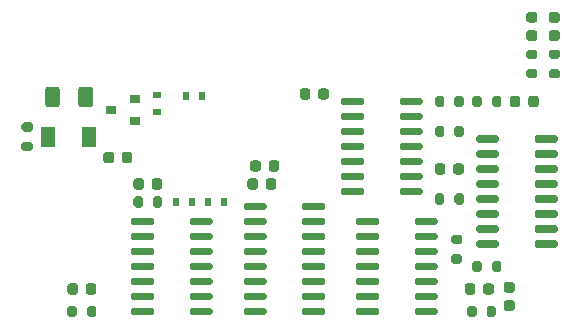
<source format=gtp>
G04 #@! TF.GenerationSoftware,KiCad,Pcbnew,(5.1.10-1-10_14)*
G04 #@! TF.CreationDate,2021-12-18T09:27:52-08:00*
G04 #@! TF.ProjectId,qiroll PAS digital logic,7169726f-6c6c-4205-9041-532064696769,rev?*
G04 #@! TF.SameCoordinates,Original*
G04 #@! TF.FileFunction,Paste,Top*
G04 #@! TF.FilePolarity,Positive*
%FSLAX46Y46*%
G04 Gerber Fmt 4.6, Leading zero omitted, Abs format (unit mm)*
G04 Created by KiCad (PCBNEW (5.1.10-1-10_14)) date 2021-12-18 09:27:52*
%MOMM*%
%LPD*%
G01*
G04 APERTURE LIST*
%ADD10R,0.900000X0.800000*%
%ADD11R,0.600000X0.700000*%
%ADD12R,0.700000X0.600000*%
%ADD13R,1.300000X1.700000*%
G04 APERTURE END LIST*
D10*
G04 #@! TO.C,U7*
X121872500Y-108013500D03*
X123872500Y-107063500D03*
X123872500Y-108963500D03*
G04 #@! TD*
G04 #@! TO.C,R12*
G36*
G01*
X124543000Y-115549000D02*
X124543000Y-116099000D01*
G75*
G02*
X124343000Y-116299000I-200000J0D01*
G01*
X123943000Y-116299000D01*
G75*
G02*
X123743000Y-116099000I0J200000D01*
G01*
X123743000Y-115549000D01*
G75*
G02*
X123943000Y-115349000I200000J0D01*
G01*
X124343000Y-115349000D01*
G75*
G02*
X124543000Y-115549000I0J-200000D01*
G01*
G37*
G36*
G01*
X126193000Y-115549000D02*
X126193000Y-116099000D01*
G75*
G02*
X125993000Y-116299000I-200000J0D01*
G01*
X125593000Y-116299000D01*
G75*
G02*
X125393000Y-116099000I0J200000D01*
G01*
X125393000Y-115549000D01*
G75*
G02*
X125593000Y-115349000I200000J0D01*
G01*
X125993000Y-115349000D01*
G75*
G02*
X126193000Y-115549000I0J-200000D01*
G01*
G37*
G04 #@! TD*
D11*
G04 #@! TO.C,D5*
X127316000Y-115824000D03*
X128716000Y-115824000D03*
G04 #@! TD*
G04 #@! TO.C,D4*
X130048000Y-115824000D03*
X131448000Y-115824000D03*
G04 #@! TD*
D12*
G04 #@! TO.C,D3*
X125730000Y-108192800D03*
X125730000Y-106792800D03*
G04 #@! TD*
D11*
G04 #@! TO.C,D2*
X129579600Y-106883200D03*
X128179600Y-106883200D03*
G04 #@! TD*
G04 #@! TO.C,C15*
G36*
G01*
X134295000Y-114050000D02*
X134295000Y-114550000D01*
G75*
G02*
X134070000Y-114775000I-225000J0D01*
G01*
X133620000Y-114775000D01*
G75*
G02*
X133395000Y-114550000I0J225000D01*
G01*
X133395000Y-114050000D01*
G75*
G02*
X133620000Y-113825000I225000J0D01*
G01*
X134070000Y-113825000D01*
G75*
G02*
X134295000Y-114050000I0J-225000D01*
G01*
G37*
G36*
G01*
X135845000Y-114050000D02*
X135845000Y-114550000D01*
G75*
G02*
X135620000Y-114775000I-225000J0D01*
G01*
X135170000Y-114775000D01*
G75*
G02*
X134945000Y-114550000I0J225000D01*
G01*
X134945000Y-114050000D01*
G75*
G02*
X135170000Y-113825000I225000J0D01*
G01*
X135620000Y-113825000D01*
G75*
G02*
X135845000Y-114050000I0J-225000D01*
G01*
G37*
G04 #@! TD*
G04 #@! TO.C,C14*
G36*
G01*
X134536000Y-112526000D02*
X134536000Y-113026000D01*
G75*
G02*
X134311000Y-113251000I-225000J0D01*
G01*
X133861000Y-113251000D01*
G75*
G02*
X133636000Y-113026000I0J225000D01*
G01*
X133636000Y-112526000D01*
G75*
G02*
X133861000Y-112301000I225000J0D01*
G01*
X134311000Y-112301000D01*
G75*
G02*
X134536000Y-112526000I0J-225000D01*
G01*
G37*
G36*
G01*
X136086000Y-112526000D02*
X136086000Y-113026000D01*
G75*
G02*
X135861000Y-113251000I-225000J0D01*
G01*
X135411000Y-113251000D01*
G75*
G02*
X135186000Y-113026000I0J225000D01*
G01*
X135186000Y-112526000D01*
G75*
G02*
X135411000Y-112301000I225000J0D01*
G01*
X135861000Y-112301000D01*
G75*
G02*
X136086000Y-112526000I0J-225000D01*
G01*
G37*
G04 #@! TD*
G04 #@! TO.C,R11*
G36*
G01*
X153650000Y-125370000D02*
X153650000Y-124820000D01*
G75*
G02*
X153850000Y-124620000I200000J0D01*
G01*
X154250000Y-124620000D01*
G75*
G02*
X154450000Y-124820000I0J-200000D01*
G01*
X154450000Y-125370000D01*
G75*
G02*
X154250000Y-125570000I-200000J0D01*
G01*
X153850000Y-125570000D01*
G75*
G02*
X153650000Y-125370000I0J200000D01*
G01*
G37*
G36*
G01*
X152000000Y-125370000D02*
X152000000Y-124820000D01*
G75*
G02*
X152200000Y-124620000I200000J0D01*
G01*
X152600000Y-124620000D01*
G75*
G02*
X152800000Y-124820000I0J-200000D01*
G01*
X152800000Y-125370000D01*
G75*
G02*
X152600000Y-125570000I-200000J0D01*
G01*
X152200000Y-125570000D01*
G75*
G02*
X152000000Y-125370000I0J200000D01*
G01*
G37*
G04 #@! TD*
G04 #@! TO.C,R10*
G36*
G01*
X150070000Y-109580000D02*
X150070000Y-110130000D01*
G75*
G02*
X149870000Y-110330000I-200000J0D01*
G01*
X149470000Y-110330000D01*
G75*
G02*
X149270000Y-110130000I0J200000D01*
G01*
X149270000Y-109580000D01*
G75*
G02*
X149470000Y-109380000I200000J0D01*
G01*
X149870000Y-109380000D01*
G75*
G02*
X150070000Y-109580000I0J-200000D01*
G01*
G37*
G36*
G01*
X151720000Y-109580000D02*
X151720000Y-110130000D01*
G75*
G02*
X151520000Y-110330000I-200000J0D01*
G01*
X151120000Y-110330000D01*
G75*
G02*
X150920000Y-110130000I0J200000D01*
G01*
X150920000Y-109580000D01*
G75*
G02*
X151120000Y-109380000I200000J0D01*
G01*
X151520000Y-109380000D01*
G75*
G02*
X151720000Y-109580000I0J-200000D01*
G01*
G37*
G04 #@! TD*
G04 #@! TO.C,R9*
G36*
G01*
X154095000Y-107590000D02*
X154095000Y-107040000D01*
G75*
G02*
X154295000Y-106840000I200000J0D01*
G01*
X154695000Y-106840000D01*
G75*
G02*
X154895000Y-107040000I0J-200000D01*
G01*
X154895000Y-107590000D01*
G75*
G02*
X154695000Y-107790000I-200000J0D01*
G01*
X154295000Y-107790000D01*
G75*
G02*
X154095000Y-107590000I0J200000D01*
G01*
G37*
G36*
G01*
X152445000Y-107590000D02*
X152445000Y-107040000D01*
G75*
G02*
X152645000Y-106840000I200000J0D01*
G01*
X153045000Y-106840000D01*
G75*
G02*
X153245000Y-107040000I0J-200000D01*
G01*
X153245000Y-107590000D01*
G75*
G02*
X153045000Y-107790000I-200000J0D01*
G01*
X152645000Y-107790000D01*
G75*
G02*
X152445000Y-107590000I0J200000D01*
G01*
G37*
G04 #@! TD*
G04 #@! TO.C,R8*
G36*
G01*
X159660000Y-103715000D02*
X159110000Y-103715000D01*
G75*
G02*
X158910000Y-103515000I0J200000D01*
G01*
X158910000Y-103115000D01*
G75*
G02*
X159110000Y-102915000I200000J0D01*
G01*
X159660000Y-102915000D01*
G75*
G02*
X159860000Y-103115000I0J-200000D01*
G01*
X159860000Y-103515000D01*
G75*
G02*
X159660000Y-103715000I-200000J0D01*
G01*
G37*
G36*
G01*
X159660000Y-105365000D02*
X159110000Y-105365000D01*
G75*
G02*
X158910000Y-105165000I0J200000D01*
G01*
X158910000Y-104765000D01*
G75*
G02*
X159110000Y-104565000I200000J0D01*
G01*
X159660000Y-104565000D01*
G75*
G02*
X159860000Y-104765000I0J-200000D01*
G01*
X159860000Y-105165000D01*
G75*
G02*
X159660000Y-105365000I-200000J0D01*
G01*
G37*
G04 #@! TD*
G04 #@! TO.C,R6*
G36*
G01*
X154095000Y-121560000D02*
X154095000Y-121010000D01*
G75*
G02*
X154295000Y-120810000I200000J0D01*
G01*
X154695000Y-120810000D01*
G75*
G02*
X154895000Y-121010000I0J-200000D01*
G01*
X154895000Y-121560000D01*
G75*
G02*
X154695000Y-121760000I-200000J0D01*
G01*
X154295000Y-121760000D01*
G75*
G02*
X154095000Y-121560000I0J200000D01*
G01*
G37*
G36*
G01*
X152445000Y-121560000D02*
X152445000Y-121010000D01*
G75*
G02*
X152645000Y-120810000I200000J0D01*
G01*
X153045000Y-120810000D01*
G75*
G02*
X153245000Y-121010000I0J-200000D01*
G01*
X153245000Y-121560000D01*
G75*
G02*
X153045000Y-121760000I-200000J0D01*
G01*
X152645000Y-121760000D01*
G75*
G02*
X152445000Y-121560000I0J200000D01*
G01*
G37*
G04 #@! TD*
G04 #@! TO.C,R5*
G36*
G01*
X150070000Y-107040000D02*
X150070000Y-107590000D01*
G75*
G02*
X149870000Y-107790000I-200000J0D01*
G01*
X149470000Y-107790000D01*
G75*
G02*
X149270000Y-107590000I0J200000D01*
G01*
X149270000Y-107040000D01*
G75*
G02*
X149470000Y-106840000I200000J0D01*
G01*
X149870000Y-106840000D01*
G75*
G02*
X150070000Y-107040000I0J-200000D01*
G01*
G37*
G36*
G01*
X151720000Y-107040000D02*
X151720000Y-107590000D01*
G75*
G02*
X151520000Y-107790000I-200000J0D01*
G01*
X151120000Y-107790000D01*
G75*
G02*
X150920000Y-107590000I0J200000D01*
G01*
X150920000Y-107040000D01*
G75*
G02*
X151120000Y-106840000I200000J0D01*
G01*
X151520000Y-106840000D01*
G75*
G02*
X151720000Y-107040000I0J-200000D01*
G01*
G37*
G04 #@! TD*
G04 #@! TO.C,R4*
G36*
G01*
X150855000Y-120250000D02*
X151405000Y-120250000D01*
G75*
G02*
X151605000Y-120450000I0J-200000D01*
G01*
X151605000Y-120850000D01*
G75*
G02*
X151405000Y-121050000I-200000J0D01*
G01*
X150855000Y-121050000D01*
G75*
G02*
X150655000Y-120850000I0J200000D01*
G01*
X150655000Y-120450000D01*
G75*
G02*
X150855000Y-120250000I200000J0D01*
G01*
G37*
G36*
G01*
X150855000Y-118600000D02*
X151405000Y-118600000D01*
G75*
G02*
X151605000Y-118800000I0J-200000D01*
G01*
X151605000Y-119200000D01*
G75*
G02*
X151405000Y-119400000I-200000J0D01*
G01*
X150855000Y-119400000D01*
G75*
G02*
X150655000Y-119200000I0J200000D01*
G01*
X150655000Y-118800000D01*
G75*
G02*
X150855000Y-118600000I200000J0D01*
G01*
G37*
G04 #@! TD*
G04 #@! TO.C,R3*
G36*
G01*
X150070000Y-115295000D02*
X150070000Y-115845000D01*
G75*
G02*
X149870000Y-116045000I-200000J0D01*
G01*
X149470000Y-116045000D01*
G75*
G02*
X149270000Y-115845000I0J200000D01*
G01*
X149270000Y-115295000D01*
G75*
G02*
X149470000Y-115095000I200000J0D01*
G01*
X149870000Y-115095000D01*
G75*
G02*
X150070000Y-115295000I0J-200000D01*
G01*
G37*
G36*
G01*
X151720000Y-115295000D02*
X151720000Y-115845000D01*
G75*
G02*
X151520000Y-116045000I-200000J0D01*
G01*
X151120000Y-116045000D01*
G75*
G02*
X150920000Y-115845000I0J200000D01*
G01*
X150920000Y-115295000D01*
G75*
G02*
X151120000Y-115095000I200000J0D01*
G01*
X151520000Y-115095000D01*
G75*
G02*
X151720000Y-115295000I0J-200000D01*
G01*
G37*
G04 #@! TD*
G04 #@! TO.C,R2*
G36*
G01*
X157205000Y-104565000D02*
X157755000Y-104565000D01*
G75*
G02*
X157955000Y-104765000I0J-200000D01*
G01*
X157955000Y-105165000D01*
G75*
G02*
X157755000Y-105365000I-200000J0D01*
G01*
X157205000Y-105365000D01*
G75*
G02*
X157005000Y-105165000I0J200000D01*
G01*
X157005000Y-104765000D01*
G75*
G02*
X157205000Y-104565000I200000J0D01*
G01*
G37*
G36*
G01*
X157205000Y-102915000D02*
X157755000Y-102915000D01*
G75*
G02*
X157955000Y-103115000I0J-200000D01*
G01*
X157955000Y-103515000D01*
G75*
G02*
X157755000Y-103715000I-200000J0D01*
G01*
X157205000Y-103715000D01*
G75*
G02*
X157005000Y-103515000I0J200000D01*
G01*
X157005000Y-103115000D01*
G75*
G02*
X157205000Y-102915000I200000J0D01*
G01*
G37*
G04 #@! TD*
G04 #@! TO.C,R1*
G36*
G01*
X119805000Y-125370000D02*
X119805000Y-124820000D01*
G75*
G02*
X120005000Y-124620000I200000J0D01*
G01*
X120405000Y-124620000D01*
G75*
G02*
X120605000Y-124820000I0J-200000D01*
G01*
X120605000Y-125370000D01*
G75*
G02*
X120405000Y-125570000I-200000J0D01*
G01*
X120005000Y-125570000D01*
G75*
G02*
X119805000Y-125370000I0J200000D01*
G01*
G37*
G36*
G01*
X118155000Y-125370000D02*
X118155000Y-124820000D01*
G75*
G02*
X118355000Y-124620000I200000J0D01*
G01*
X118755000Y-124620000D01*
G75*
G02*
X118955000Y-124820000I0J-200000D01*
G01*
X118955000Y-125370000D01*
G75*
G02*
X118755000Y-125570000I-200000J0D01*
G01*
X118355000Y-125570000D01*
G75*
G02*
X118155000Y-125370000I0J200000D01*
G01*
G37*
G04 #@! TD*
G04 #@! TO.C,C9*
G36*
G01*
X157170000Y-107565000D02*
X157170000Y-107065000D01*
G75*
G02*
X157395000Y-106840000I225000J0D01*
G01*
X157845000Y-106840000D01*
G75*
G02*
X158070000Y-107065000I0J-225000D01*
G01*
X158070000Y-107565000D01*
G75*
G02*
X157845000Y-107790000I-225000J0D01*
G01*
X157395000Y-107790000D01*
G75*
G02*
X157170000Y-107565000I0J225000D01*
G01*
G37*
G36*
G01*
X155620000Y-107565000D02*
X155620000Y-107065000D01*
G75*
G02*
X155845000Y-106840000I225000J0D01*
G01*
X156295000Y-106840000D01*
G75*
G02*
X156520000Y-107065000I0J-225000D01*
G01*
X156520000Y-107565000D01*
G75*
G02*
X156295000Y-107790000I-225000J0D01*
G01*
X155845000Y-107790000D01*
G75*
G02*
X155620000Y-107565000I0J225000D01*
G01*
G37*
G04 #@! TD*
G04 #@! TO.C,C8*
G36*
G01*
X155325000Y-124150000D02*
X155825000Y-124150000D01*
G75*
G02*
X156050000Y-124375000I0J-225000D01*
G01*
X156050000Y-124825000D01*
G75*
G02*
X155825000Y-125050000I-225000J0D01*
G01*
X155325000Y-125050000D01*
G75*
G02*
X155100000Y-124825000I0J225000D01*
G01*
X155100000Y-124375000D01*
G75*
G02*
X155325000Y-124150000I225000J0D01*
G01*
G37*
G36*
G01*
X155325000Y-122600000D02*
X155825000Y-122600000D01*
G75*
G02*
X156050000Y-122825000I0J-225000D01*
G01*
X156050000Y-123275000D01*
G75*
G02*
X155825000Y-123500000I-225000J0D01*
G01*
X155325000Y-123500000D01*
G75*
G02*
X155100000Y-123275000I0J225000D01*
G01*
X155100000Y-122825000D01*
G75*
G02*
X155325000Y-122600000I225000J0D01*
G01*
G37*
G04 #@! TD*
G04 #@! TO.C,C6*
G36*
G01*
X159635000Y-100640000D02*
X159135000Y-100640000D01*
G75*
G02*
X158910000Y-100415000I0J225000D01*
G01*
X158910000Y-99965000D01*
G75*
G02*
X159135000Y-99740000I225000J0D01*
G01*
X159635000Y-99740000D01*
G75*
G02*
X159860000Y-99965000I0J-225000D01*
G01*
X159860000Y-100415000D01*
G75*
G02*
X159635000Y-100640000I-225000J0D01*
G01*
G37*
G36*
G01*
X159635000Y-102190000D02*
X159135000Y-102190000D01*
G75*
G02*
X158910000Y-101965000I0J225000D01*
G01*
X158910000Y-101515000D01*
G75*
G02*
X159135000Y-101290000I225000J0D01*
G01*
X159635000Y-101290000D01*
G75*
G02*
X159860000Y-101515000I0J-225000D01*
G01*
X159860000Y-101965000D01*
G75*
G02*
X159635000Y-102190000I-225000J0D01*
G01*
G37*
G04 #@! TD*
G04 #@! TO.C,C5*
G36*
G01*
X157730000Y-100640000D02*
X157230000Y-100640000D01*
G75*
G02*
X157005000Y-100415000I0J225000D01*
G01*
X157005000Y-99965000D01*
G75*
G02*
X157230000Y-99740000I225000J0D01*
G01*
X157730000Y-99740000D01*
G75*
G02*
X157955000Y-99965000I0J-225000D01*
G01*
X157955000Y-100415000D01*
G75*
G02*
X157730000Y-100640000I-225000J0D01*
G01*
G37*
G36*
G01*
X157730000Y-102190000D02*
X157230000Y-102190000D01*
G75*
G02*
X157005000Y-101965000I0J225000D01*
G01*
X157005000Y-101515000D01*
G75*
G02*
X157230000Y-101290000I225000J0D01*
G01*
X157730000Y-101290000D01*
G75*
G02*
X157955000Y-101515000I0J-225000D01*
G01*
X157955000Y-101965000D01*
G75*
G02*
X157730000Y-102190000I-225000J0D01*
G01*
G37*
G04 #@! TD*
G04 #@! TO.C,C4*
G36*
G01*
X152710000Y-122940000D02*
X152710000Y-123440000D01*
G75*
G02*
X152485000Y-123665000I-225000J0D01*
G01*
X152035000Y-123665000D01*
G75*
G02*
X151810000Y-123440000I0J225000D01*
G01*
X151810000Y-122940000D01*
G75*
G02*
X152035000Y-122715000I225000J0D01*
G01*
X152485000Y-122715000D01*
G75*
G02*
X152710000Y-122940000I0J-225000D01*
G01*
G37*
G36*
G01*
X154260000Y-122940000D02*
X154260000Y-123440000D01*
G75*
G02*
X154035000Y-123665000I-225000J0D01*
G01*
X153585000Y-123665000D01*
G75*
G02*
X153360000Y-123440000I0J225000D01*
G01*
X153360000Y-122940000D01*
G75*
G02*
X153585000Y-122715000I225000J0D01*
G01*
X154035000Y-122715000D01*
G75*
G02*
X154260000Y-122940000I0J-225000D01*
G01*
G37*
G04 #@! TD*
G04 #@! TO.C,C3*
G36*
G01*
X139390000Y-106930000D02*
X139390000Y-106430000D01*
G75*
G02*
X139615000Y-106205000I225000J0D01*
G01*
X140065000Y-106205000D01*
G75*
G02*
X140290000Y-106430000I0J-225000D01*
G01*
X140290000Y-106930000D01*
G75*
G02*
X140065000Y-107155000I-225000J0D01*
G01*
X139615000Y-107155000D01*
G75*
G02*
X139390000Y-106930000I0J225000D01*
G01*
G37*
G36*
G01*
X137840000Y-106930000D02*
X137840000Y-106430000D01*
G75*
G02*
X138065000Y-106205000I225000J0D01*
G01*
X138515000Y-106205000D01*
G75*
G02*
X138740000Y-106430000I0J-225000D01*
G01*
X138740000Y-106930000D01*
G75*
G02*
X138515000Y-107155000I-225000J0D01*
G01*
X138065000Y-107155000D01*
G75*
G02*
X137840000Y-106930000I0J225000D01*
G01*
G37*
G04 #@! TD*
G04 #@! TO.C,C2*
G36*
G01*
X150170000Y-112780000D02*
X150170000Y-113280000D01*
G75*
G02*
X149945000Y-113505000I-225000J0D01*
G01*
X149495000Y-113505000D01*
G75*
G02*
X149270000Y-113280000I0J225000D01*
G01*
X149270000Y-112780000D01*
G75*
G02*
X149495000Y-112555000I225000J0D01*
G01*
X149945000Y-112555000D01*
G75*
G02*
X150170000Y-112780000I0J-225000D01*
G01*
G37*
G36*
G01*
X151720000Y-112780000D02*
X151720000Y-113280000D01*
G75*
G02*
X151495000Y-113505000I-225000J0D01*
G01*
X151045000Y-113505000D01*
G75*
G02*
X150820000Y-113280000I0J225000D01*
G01*
X150820000Y-112780000D01*
G75*
G02*
X151045000Y-112555000I225000J0D01*
G01*
X151495000Y-112555000D01*
G75*
G02*
X151720000Y-112780000I0J-225000D01*
G01*
G37*
G04 #@! TD*
G04 #@! TO.C,C1*
G36*
G01*
X119055000Y-122940000D02*
X119055000Y-123440000D01*
G75*
G02*
X118830000Y-123665000I-225000J0D01*
G01*
X118380000Y-123665000D01*
G75*
G02*
X118155000Y-123440000I0J225000D01*
G01*
X118155000Y-122940000D01*
G75*
G02*
X118380000Y-122715000I225000J0D01*
G01*
X118830000Y-122715000D01*
G75*
G02*
X119055000Y-122940000I0J-225000D01*
G01*
G37*
G36*
G01*
X120605000Y-122940000D02*
X120605000Y-123440000D01*
G75*
G02*
X120380000Y-123665000I-225000J0D01*
G01*
X119930000Y-123665000D01*
G75*
G02*
X119705000Y-123440000I0J225000D01*
G01*
X119705000Y-122940000D01*
G75*
G02*
X119930000Y-122715000I225000J0D01*
G01*
X120380000Y-122715000D01*
G75*
G02*
X120605000Y-122940000I0J-225000D01*
G01*
G37*
G04 #@! TD*
D13*
G04 #@! TO.C,D1*
X120012400Y-110299500D03*
X116512400Y-110299500D03*
G04 #@! TD*
G04 #@! TO.C,F1*
G36*
G01*
X119075500Y-107559000D02*
X119075500Y-106309000D01*
G75*
G02*
X119325500Y-106059000I250000J0D01*
G01*
X120075500Y-106059000D01*
G75*
G02*
X120325500Y-106309000I0J-250000D01*
G01*
X120325500Y-107559000D01*
G75*
G02*
X120075500Y-107809000I-250000J0D01*
G01*
X119325500Y-107809000D01*
G75*
G02*
X119075500Y-107559000I0J250000D01*
G01*
G37*
G36*
G01*
X116275500Y-107559000D02*
X116275500Y-106309000D01*
G75*
G02*
X116525500Y-106059000I250000J0D01*
G01*
X117275500Y-106059000D01*
G75*
G02*
X117525500Y-106309000I0J-250000D01*
G01*
X117525500Y-107559000D01*
G75*
G02*
X117275500Y-107809000I-250000J0D01*
G01*
X116525500Y-107809000D01*
G75*
G02*
X116275500Y-107559000I0J250000D01*
G01*
G37*
G04 #@! TD*
G04 #@! TO.C,R7*
G36*
G01*
X115019500Y-109874500D02*
X114469500Y-109874500D01*
G75*
G02*
X114269500Y-109674500I0J200000D01*
G01*
X114269500Y-109274500D01*
G75*
G02*
X114469500Y-109074500I200000J0D01*
G01*
X115019500Y-109074500D01*
G75*
G02*
X115219500Y-109274500I0J-200000D01*
G01*
X115219500Y-109674500D01*
G75*
G02*
X115019500Y-109874500I-200000J0D01*
G01*
G37*
G36*
G01*
X115019500Y-111524500D02*
X114469500Y-111524500D01*
G75*
G02*
X114269500Y-111324500I0J200000D01*
G01*
X114269500Y-110924500D01*
G75*
G02*
X114469500Y-110724500I200000J0D01*
G01*
X115019500Y-110724500D01*
G75*
G02*
X115219500Y-110924500I0J-200000D01*
G01*
X115219500Y-111324500D01*
G75*
G02*
X115019500Y-111524500I-200000J0D01*
G01*
G37*
G04 #@! TD*
G04 #@! TO.C,C13*
G36*
G01*
X124643000Y-114050000D02*
X124643000Y-114550000D01*
G75*
G02*
X124418000Y-114775000I-225000J0D01*
G01*
X123968000Y-114775000D01*
G75*
G02*
X123743000Y-114550000I0J225000D01*
G01*
X123743000Y-114050000D01*
G75*
G02*
X123968000Y-113825000I225000J0D01*
G01*
X124418000Y-113825000D01*
G75*
G02*
X124643000Y-114050000I0J-225000D01*
G01*
G37*
G36*
G01*
X126193000Y-114050000D02*
X126193000Y-114550000D01*
G75*
G02*
X125968000Y-114775000I-225000J0D01*
G01*
X125518000Y-114775000D01*
G75*
G02*
X125293000Y-114550000I0J225000D01*
G01*
X125293000Y-114050000D01*
G75*
G02*
X125518000Y-113825000I225000J0D01*
G01*
X125968000Y-113825000D01*
G75*
G02*
X126193000Y-114050000I0J-225000D01*
G01*
G37*
G04 #@! TD*
G04 #@! TO.C,C11*
G36*
G01*
X122753000Y-112318000D02*
X122753000Y-111818000D01*
G75*
G02*
X122978000Y-111593000I225000J0D01*
G01*
X123428000Y-111593000D01*
G75*
G02*
X123653000Y-111818000I0J-225000D01*
G01*
X123653000Y-112318000D01*
G75*
G02*
X123428000Y-112543000I-225000J0D01*
G01*
X122978000Y-112543000D01*
G75*
G02*
X122753000Y-112318000I0J225000D01*
G01*
G37*
G36*
G01*
X121203000Y-112318000D02*
X121203000Y-111818000D01*
G75*
G02*
X121428000Y-111593000I225000J0D01*
G01*
X121878000Y-111593000D01*
G75*
G02*
X122103000Y-111818000I0J-225000D01*
G01*
X122103000Y-112318000D01*
G75*
G02*
X121878000Y-112543000I-225000J0D01*
G01*
X121428000Y-112543000D01*
G75*
G02*
X121203000Y-112318000I0J225000D01*
G01*
G37*
G04 #@! TD*
G04 #@! TO.C,U6*
G36*
G01*
X157710000Y-110640000D02*
X157710000Y-110340000D01*
G75*
G02*
X157860000Y-110190000I150000J0D01*
G01*
X159510000Y-110190000D01*
G75*
G02*
X159660000Y-110340000I0J-150000D01*
G01*
X159660000Y-110640000D01*
G75*
G02*
X159510000Y-110790000I-150000J0D01*
G01*
X157860000Y-110790000D01*
G75*
G02*
X157710000Y-110640000I0J150000D01*
G01*
G37*
G36*
G01*
X157710000Y-111910000D02*
X157710000Y-111610000D01*
G75*
G02*
X157860000Y-111460000I150000J0D01*
G01*
X159510000Y-111460000D01*
G75*
G02*
X159660000Y-111610000I0J-150000D01*
G01*
X159660000Y-111910000D01*
G75*
G02*
X159510000Y-112060000I-150000J0D01*
G01*
X157860000Y-112060000D01*
G75*
G02*
X157710000Y-111910000I0J150000D01*
G01*
G37*
G36*
G01*
X157710000Y-113180000D02*
X157710000Y-112880000D01*
G75*
G02*
X157860000Y-112730000I150000J0D01*
G01*
X159510000Y-112730000D01*
G75*
G02*
X159660000Y-112880000I0J-150000D01*
G01*
X159660000Y-113180000D01*
G75*
G02*
X159510000Y-113330000I-150000J0D01*
G01*
X157860000Y-113330000D01*
G75*
G02*
X157710000Y-113180000I0J150000D01*
G01*
G37*
G36*
G01*
X157710000Y-114450000D02*
X157710000Y-114150000D01*
G75*
G02*
X157860000Y-114000000I150000J0D01*
G01*
X159510000Y-114000000D01*
G75*
G02*
X159660000Y-114150000I0J-150000D01*
G01*
X159660000Y-114450000D01*
G75*
G02*
X159510000Y-114600000I-150000J0D01*
G01*
X157860000Y-114600000D01*
G75*
G02*
X157710000Y-114450000I0J150000D01*
G01*
G37*
G36*
G01*
X157710000Y-115720000D02*
X157710000Y-115420000D01*
G75*
G02*
X157860000Y-115270000I150000J0D01*
G01*
X159510000Y-115270000D01*
G75*
G02*
X159660000Y-115420000I0J-150000D01*
G01*
X159660000Y-115720000D01*
G75*
G02*
X159510000Y-115870000I-150000J0D01*
G01*
X157860000Y-115870000D01*
G75*
G02*
X157710000Y-115720000I0J150000D01*
G01*
G37*
G36*
G01*
X157710000Y-116990000D02*
X157710000Y-116690000D01*
G75*
G02*
X157860000Y-116540000I150000J0D01*
G01*
X159510000Y-116540000D01*
G75*
G02*
X159660000Y-116690000I0J-150000D01*
G01*
X159660000Y-116990000D01*
G75*
G02*
X159510000Y-117140000I-150000J0D01*
G01*
X157860000Y-117140000D01*
G75*
G02*
X157710000Y-116990000I0J150000D01*
G01*
G37*
G36*
G01*
X157710000Y-118260000D02*
X157710000Y-117960000D01*
G75*
G02*
X157860000Y-117810000I150000J0D01*
G01*
X159510000Y-117810000D01*
G75*
G02*
X159660000Y-117960000I0J-150000D01*
G01*
X159660000Y-118260000D01*
G75*
G02*
X159510000Y-118410000I-150000J0D01*
G01*
X157860000Y-118410000D01*
G75*
G02*
X157710000Y-118260000I0J150000D01*
G01*
G37*
G36*
G01*
X157710000Y-119530000D02*
X157710000Y-119230000D01*
G75*
G02*
X157860000Y-119080000I150000J0D01*
G01*
X159510000Y-119080000D01*
G75*
G02*
X159660000Y-119230000I0J-150000D01*
G01*
X159660000Y-119530000D01*
G75*
G02*
X159510000Y-119680000I-150000J0D01*
G01*
X157860000Y-119680000D01*
G75*
G02*
X157710000Y-119530000I0J150000D01*
G01*
G37*
G36*
G01*
X152760000Y-119530000D02*
X152760000Y-119230000D01*
G75*
G02*
X152910000Y-119080000I150000J0D01*
G01*
X154560000Y-119080000D01*
G75*
G02*
X154710000Y-119230000I0J-150000D01*
G01*
X154710000Y-119530000D01*
G75*
G02*
X154560000Y-119680000I-150000J0D01*
G01*
X152910000Y-119680000D01*
G75*
G02*
X152760000Y-119530000I0J150000D01*
G01*
G37*
G36*
G01*
X152760000Y-118260000D02*
X152760000Y-117960000D01*
G75*
G02*
X152910000Y-117810000I150000J0D01*
G01*
X154560000Y-117810000D01*
G75*
G02*
X154710000Y-117960000I0J-150000D01*
G01*
X154710000Y-118260000D01*
G75*
G02*
X154560000Y-118410000I-150000J0D01*
G01*
X152910000Y-118410000D01*
G75*
G02*
X152760000Y-118260000I0J150000D01*
G01*
G37*
G36*
G01*
X152760000Y-116990000D02*
X152760000Y-116690000D01*
G75*
G02*
X152910000Y-116540000I150000J0D01*
G01*
X154560000Y-116540000D01*
G75*
G02*
X154710000Y-116690000I0J-150000D01*
G01*
X154710000Y-116990000D01*
G75*
G02*
X154560000Y-117140000I-150000J0D01*
G01*
X152910000Y-117140000D01*
G75*
G02*
X152760000Y-116990000I0J150000D01*
G01*
G37*
G36*
G01*
X152760000Y-115720000D02*
X152760000Y-115420000D01*
G75*
G02*
X152910000Y-115270000I150000J0D01*
G01*
X154560000Y-115270000D01*
G75*
G02*
X154710000Y-115420000I0J-150000D01*
G01*
X154710000Y-115720000D01*
G75*
G02*
X154560000Y-115870000I-150000J0D01*
G01*
X152910000Y-115870000D01*
G75*
G02*
X152760000Y-115720000I0J150000D01*
G01*
G37*
G36*
G01*
X152760000Y-114450000D02*
X152760000Y-114150000D01*
G75*
G02*
X152910000Y-114000000I150000J0D01*
G01*
X154560000Y-114000000D01*
G75*
G02*
X154710000Y-114150000I0J-150000D01*
G01*
X154710000Y-114450000D01*
G75*
G02*
X154560000Y-114600000I-150000J0D01*
G01*
X152910000Y-114600000D01*
G75*
G02*
X152760000Y-114450000I0J150000D01*
G01*
G37*
G36*
G01*
X152760000Y-113180000D02*
X152760000Y-112880000D01*
G75*
G02*
X152910000Y-112730000I150000J0D01*
G01*
X154560000Y-112730000D01*
G75*
G02*
X154710000Y-112880000I0J-150000D01*
G01*
X154710000Y-113180000D01*
G75*
G02*
X154560000Y-113330000I-150000J0D01*
G01*
X152910000Y-113330000D01*
G75*
G02*
X152760000Y-113180000I0J150000D01*
G01*
G37*
G36*
G01*
X152760000Y-111910000D02*
X152760000Y-111610000D01*
G75*
G02*
X152910000Y-111460000I150000J0D01*
G01*
X154560000Y-111460000D01*
G75*
G02*
X154710000Y-111610000I0J-150000D01*
G01*
X154710000Y-111910000D01*
G75*
G02*
X154560000Y-112060000I-150000J0D01*
G01*
X152910000Y-112060000D01*
G75*
G02*
X152760000Y-111910000I0J150000D01*
G01*
G37*
G36*
G01*
X152760000Y-110640000D02*
X152760000Y-110340000D01*
G75*
G02*
X152910000Y-110190000I150000J0D01*
G01*
X154560000Y-110190000D01*
G75*
G02*
X154710000Y-110340000I0J-150000D01*
G01*
X154710000Y-110640000D01*
G75*
G02*
X154560000Y-110790000I-150000J0D01*
G01*
X152910000Y-110790000D01*
G75*
G02*
X152760000Y-110640000I0J150000D01*
G01*
G37*
G04 #@! TD*
G04 #@! TO.C,U3*
G36*
G01*
X146280000Y-107465000D02*
X146280000Y-107165000D01*
G75*
G02*
X146430000Y-107015000I150000J0D01*
G01*
X148080000Y-107015000D01*
G75*
G02*
X148230000Y-107165000I0J-150000D01*
G01*
X148230000Y-107465000D01*
G75*
G02*
X148080000Y-107615000I-150000J0D01*
G01*
X146430000Y-107615000D01*
G75*
G02*
X146280000Y-107465000I0J150000D01*
G01*
G37*
G36*
G01*
X146280000Y-108735000D02*
X146280000Y-108435000D01*
G75*
G02*
X146430000Y-108285000I150000J0D01*
G01*
X148080000Y-108285000D01*
G75*
G02*
X148230000Y-108435000I0J-150000D01*
G01*
X148230000Y-108735000D01*
G75*
G02*
X148080000Y-108885000I-150000J0D01*
G01*
X146430000Y-108885000D01*
G75*
G02*
X146280000Y-108735000I0J150000D01*
G01*
G37*
G36*
G01*
X146280000Y-110005000D02*
X146280000Y-109705000D01*
G75*
G02*
X146430000Y-109555000I150000J0D01*
G01*
X148080000Y-109555000D01*
G75*
G02*
X148230000Y-109705000I0J-150000D01*
G01*
X148230000Y-110005000D01*
G75*
G02*
X148080000Y-110155000I-150000J0D01*
G01*
X146430000Y-110155000D01*
G75*
G02*
X146280000Y-110005000I0J150000D01*
G01*
G37*
G36*
G01*
X146280000Y-111275000D02*
X146280000Y-110975000D01*
G75*
G02*
X146430000Y-110825000I150000J0D01*
G01*
X148080000Y-110825000D01*
G75*
G02*
X148230000Y-110975000I0J-150000D01*
G01*
X148230000Y-111275000D01*
G75*
G02*
X148080000Y-111425000I-150000J0D01*
G01*
X146430000Y-111425000D01*
G75*
G02*
X146280000Y-111275000I0J150000D01*
G01*
G37*
G36*
G01*
X146280000Y-112545000D02*
X146280000Y-112245000D01*
G75*
G02*
X146430000Y-112095000I150000J0D01*
G01*
X148080000Y-112095000D01*
G75*
G02*
X148230000Y-112245000I0J-150000D01*
G01*
X148230000Y-112545000D01*
G75*
G02*
X148080000Y-112695000I-150000J0D01*
G01*
X146430000Y-112695000D01*
G75*
G02*
X146280000Y-112545000I0J150000D01*
G01*
G37*
G36*
G01*
X146280000Y-113815000D02*
X146280000Y-113515000D01*
G75*
G02*
X146430000Y-113365000I150000J0D01*
G01*
X148080000Y-113365000D01*
G75*
G02*
X148230000Y-113515000I0J-150000D01*
G01*
X148230000Y-113815000D01*
G75*
G02*
X148080000Y-113965000I-150000J0D01*
G01*
X146430000Y-113965000D01*
G75*
G02*
X146280000Y-113815000I0J150000D01*
G01*
G37*
G36*
G01*
X146280000Y-115085000D02*
X146280000Y-114785000D01*
G75*
G02*
X146430000Y-114635000I150000J0D01*
G01*
X148080000Y-114635000D01*
G75*
G02*
X148230000Y-114785000I0J-150000D01*
G01*
X148230000Y-115085000D01*
G75*
G02*
X148080000Y-115235000I-150000J0D01*
G01*
X146430000Y-115235000D01*
G75*
G02*
X146280000Y-115085000I0J150000D01*
G01*
G37*
G36*
G01*
X141330000Y-115085000D02*
X141330000Y-114785000D01*
G75*
G02*
X141480000Y-114635000I150000J0D01*
G01*
X143130000Y-114635000D01*
G75*
G02*
X143280000Y-114785000I0J-150000D01*
G01*
X143280000Y-115085000D01*
G75*
G02*
X143130000Y-115235000I-150000J0D01*
G01*
X141480000Y-115235000D01*
G75*
G02*
X141330000Y-115085000I0J150000D01*
G01*
G37*
G36*
G01*
X141330000Y-113815000D02*
X141330000Y-113515000D01*
G75*
G02*
X141480000Y-113365000I150000J0D01*
G01*
X143130000Y-113365000D01*
G75*
G02*
X143280000Y-113515000I0J-150000D01*
G01*
X143280000Y-113815000D01*
G75*
G02*
X143130000Y-113965000I-150000J0D01*
G01*
X141480000Y-113965000D01*
G75*
G02*
X141330000Y-113815000I0J150000D01*
G01*
G37*
G36*
G01*
X141330000Y-112545000D02*
X141330000Y-112245000D01*
G75*
G02*
X141480000Y-112095000I150000J0D01*
G01*
X143130000Y-112095000D01*
G75*
G02*
X143280000Y-112245000I0J-150000D01*
G01*
X143280000Y-112545000D01*
G75*
G02*
X143130000Y-112695000I-150000J0D01*
G01*
X141480000Y-112695000D01*
G75*
G02*
X141330000Y-112545000I0J150000D01*
G01*
G37*
G36*
G01*
X141330000Y-111275000D02*
X141330000Y-110975000D01*
G75*
G02*
X141480000Y-110825000I150000J0D01*
G01*
X143130000Y-110825000D01*
G75*
G02*
X143280000Y-110975000I0J-150000D01*
G01*
X143280000Y-111275000D01*
G75*
G02*
X143130000Y-111425000I-150000J0D01*
G01*
X141480000Y-111425000D01*
G75*
G02*
X141330000Y-111275000I0J150000D01*
G01*
G37*
G36*
G01*
X141330000Y-110005000D02*
X141330000Y-109705000D01*
G75*
G02*
X141480000Y-109555000I150000J0D01*
G01*
X143130000Y-109555000D01*
G75*
G02*
X143280000Y-109705000I0J-150000D01*
G01*
X143280000Y-110005000D01*
G75*
G02*
X143130000Y-110155000I-150000J0D01*
G01*
X141480000Y-110155000D01*
G75*
G02*
X141330000Y-110005000I0J150000D01*
G01*
G37*
G36*
G01*
X141330000Y-108735000D02*
X141330000Y-108435000D01*
G75*
G02*
X141480000Y-108285000I150000J0D01*
G01*
X143130000Y-108285000D01*
G75*
G02*
X143280000Y-108435000I0J-150000D01*
G01*
X143280000Y-108735000D01*
G75*
G02*
X143130000Y-108885000I-150000J0D01*
G01*
X141480000Y-108885000D01*
G75*
G02*
X141330000Y-108735000I0J150000D01*
G01*
G37*
G36*
G01*
X141330000Y-107465000D02*
X141330000Y-107165000D01*
G75*
G02*
X141480000Y-107015000I150000J0D01*
G01*
X143130000Y-107015000D01*
G75*
G02*
X143280000Y-107165000I0J-150000D01*
G01*
X143280000Y-107465000D01*
G75*
G02*
X143130000Y-107615000I-150000J0D01*
G01*
X141480000Y-107615000D01*
G75*
G02*
X141330000Y-107465000I0J150000D01*
G01*
G37*
G04 #@! TD*
G04 #@! TO.C,U2*
G36*
G01*
X138025000Y-116355000D02*
X138025000Y-116055000D01*
G75*
G02*
X138175000Y-115905000I150000J0D01*
G01*
X139825000Y-115905000D01*
G75*
G02*
X139975000Y-116055000I0J-150000D01*
G01*
X139975000Y-116355000D01*
G75*
G02*
X139825000Y-116505000I-150000J0D01*
G01*
X138175000Y-116505000D01*
G75*
G02*
X138025000Y-116355000I0J150000D01*
G01*
G37*
G36*
G01*
X138025000Y-117625000D02*
X138025000Y-117325000D01*
G75*
G02*
X138175000Y-117175000I150000J0D01*
G01*
X139825000Y-117175000D01*
G75*
G02*
X139975000Y-117325000I0J-150000D01*
G01*
X139975000Y-117625000D01*
G75*
G02*
X139825000Y-117775000I-150000J0D01*
G01*
X138175000Y-117775000D01*
G75*
G02*
X138025000Y-117625000I0J150000D01*
G01*
G37*
G36*
G01*
X138025000Y-118895000D02*
X138025000Y-118595000D01*
G75*
G02*
X138175000Y-118445000I150000J0D01*
G01*
X139825000Y-118445000D01*
G75*
G02*
X139975000Y-118595000I0J-150000D01*
G01*
X139975000Y-118895000D01*
G75*
G02*
X139825000Y-119045000I-150000J0D01*
G01*
X138175000Y-119045000D01*
G75*
G02*
X138025000Y-118895000I0J150000D01*
G01*
G37*
G36*
G01*
X138025000Y-120165000D02*
X138025000Y-119865000D01*
G75*
G02*
X138175000Y-119715000I150000J0D01*
G01*
X139825000Y-119715000D01*
G75*
G02*
X139975000Y-119865000I0J-150000D01*
G01*
X139975000Y-120165000D01*
G75*
G02*
X139825000Y-120315000I-150000J0D01*
G01*
X138175000Y-120315000D01*
G75*
G02*
X138025000Y-120165000I0J150000D01*
G01*
G37*
G36*
G01*
X138025000Y-121435000D02*
X138025000Y-121135000D01*
G75*
G02*
X138175000Y-120985000I150000J0D01*
G01*
X139825000Y-120985000D01*
G75*
G02*
X139975000Y-121135000I0J-150000D01*
G01*
X139975000Y-121435000D01*
G75*
G02*
X139825000Y-121585000I-150000J0D01*
G01*
X138175000Y-121585000D01*
G75*
G02*
X138025000Y-121435000I0J150000D01*
G01*
G37*
G36*
G01*
X138025000Y-122705000D02*
X138025000Y-122405000D01*
G75*
G02*
X138175000Y-122255000I150000J0D01*
G01*
X139825000Y-122255000D01*
G75*
G02*
X139975000Y-122405000I0J-150000D01*
G01*
X139975000Y-122705000D01*
G75*
G02*
X139825000Y-122855000I-150000J0D01*
G01*
X138175000Y-122855000D01*
G75*
G02*
X138025000Y-122705000I0J150000D01*
G01*
G37*
G36*
G01*
X138025000Y-123975000D02*
X138025000Y-123675000D01*
G75*
G02*
X138175000Y-123525000I150000J0D01*
G01*
X139825000Y-123525000D01*
G75*
G02*
X139975000Y-123675000I0J-150000D01*
G01*
X139975000Y-123975000D01*
G75*
G02*
X139825000Y-124125000I-150000J0D01*
G01*
X138175000Y-124125000D01*
G75*
G02*
X138025000Y-123975000I0J150000D01*
G01*
G37*
G36*
G01*
X138025000Y-125245000D02*
X138025000Y-124945000D01*
G75*
G02*
X138175000Y-124795000I150000J0D01*
G01*
X139825000Y-124795000D01*
G75*
G02*
X139975000Y-124945000I0J-150000D01*
G01*
X139975000Y-125245000D01*
G75*
G02*
X139825000Y-125395000I-150000J0D01*
G01*
X138175000Y-125395000D01*
G75*
G02*
X138025000Y-125245000I0J150000D01*
G01*
G37*
G36*
G01*
X133075000Y-125245000D02*
X133075000Y-124945000D01*
G75*
G02*
X133225000Y-124795000I150000J0D01*
G01*
X134875000Y-124795000D01*
G75*
G02*
X135025000Y-124945000I0J-150000D01*
G01*
X135025000Y-125245000D01*
G75*
G02*
X134875000Y-125395000I-150000J0D01*
G01*
X133225000Y-125395000D01*
G75*
G02*
X133075000Y-125245000I0J150000D01*
G01*
G37*
G36*
G01*
X133075000Y-123975000D02*
X133075000Y-123675000D01*
G75*
G02*
X133225000Y-123525000I150000J0D01*
G01*
X134875000Y-123525000D01*
G75*
G02*
X135025000Y-123675000I0J-150000D01*
G01*
X135025000Y-123975000D01*
G75*
G02*
X134875000Y-124125000I-150000J0D01*
G01*
X133225000Y-124125000D01*
G75*
G02*
X133075000Y-123975000I0J150000D01*
G01*
G37*
G36*
G01*
X133075000Y-122705000D02*
X133075000Y-122405000D01*
G75*
G02*
X133225000Y-122255000I150000J0D01*
G01*
X134875000Y-122255000D01*
G75*
G02*
X135025000Y-122405000I0J-150000D01*
G01*
X135025000Y-122705000D01*
G75*
G02*
X134875000Y-122855000I-150000J0D01*
G01*
X133225000Y-122855000D01*
G75*
G02*
X133075000Y-122705000I0J150000D01*
G01*
G37*
G36*
G01*
X133075000Y-121435000D02*
X133075000Y-121135000D01*
G75*
G02*
X133225000Y-120985000I150000J0D01*
G01*
X134875000Y-120985000D01*
G75*
G02*
X135025000Y-121135000I0J-150000D01*
G01*
X135025000Y-121435000D01*
G75*
G02*
X134875000Y-121585000I-150000J0D01*
G01*
X133225000Y-121585000D01*
G75*
G02*
X133075000Y-121435000I0J150000D01*
G01*
G37*
G36*
G01*
X133075000Y-120165000D02*
X133075000Y-119865000D01*
G75*
G02*
X133225000Y-119715000I150000J0D01*
G01*
X134875000Y-119715000D01*
G75*
G02*
X135025000Y-119865000I0J-150000D01*
G01*
X135025000Y-120165000D01*
G75*
G02*
X134875000Y-120315000I-150000J0D01*
G01*
X133225000Y-120315000D01*
G75*
G02*
X133075000Y-120165000I0J150000D01*
G01*
G37*
G36*
G01*
X133075000Y-118895000D02*
X133075000Y-118595000D01*
G75*
G02*
X133225000Y-118445000I150000J0D01*
G01*
X134875000Y-118445000D01*
G75*
G02*
X135025000Y-118595000I0J-150000D01*
G01*
X135025000Y-118895000D01*
G75*
G02*
X134875000Y-119045000I-150000J0D01*
G01*
X133225000Y-119045000D01*
G75*
G02*
X133075000Y-118895000I0J150000D01*
G01*
G37*
G36*
G01*
X133075000Y-117625000D02*
X133075000Y-117325000D01*
G75*
G02*
X133225000Y-117175000I150000J0D01*
G01*
X134875000Y-117175000D01*
G75*
G02*
X135025000Y-117325000I0J-150000D01*
G01*
X135025000Y-117625000D01*
G75*
G02*
X134875000Y-117775000I-150000J0D01*
G01*
X133225000Y-117775000D01*
G75*
G02*
X133075000Y-117625000I0J150000D01*
G01*
G37*
G36*
G01*
X133075000Y-116355000D02*
X133075000Y-116055000D01*
G75*
G02*
X133225000Y-115905000I150000J0D01*
G01*
X134875000Y-115905000D01*
G75*
G02*
X135025000Y-116055000I0J-150000D01*
G01*
X135025000Y-116355000D01*
G75*
G02*
X134875000Y-116505000I-150000J0D01*
G01*
X133225000Y-116505000D01*
G75*
G02*
X133075000Y-116355000I0J150000D01*
G01*
G37*
G04 #@! TD*
G04 #@! TO.C,U1*
G36*
G01*
X128500000Y-117625000D02*
X128500000Y-117325000D01*
G75*
G02*
X128650000Y-117175000I150000J0D01*
G01*
X130300000Y-117175000D01*
G75*
G02*
X130450000Y-117325000I0J-150000D01*
G01*
X130450000Y-117625000D01*
G75*
G02*
X130300000Y-117775000I-150000J0D01*
G01*
X128650000Y-117775000D01*
G75*
G02*
X128500000Y-117625000I0J150000D01*
G01*
G37*
G36*
G01*
X128500000Y-118895000D02*
X128500000Y-118595000D01*
G75*
G02*
X128650000Y-118445000I150000J0D01*
G01*
X130300000Y-118445000D01*
G75*
G02*
X130450000Y-118595000I0J-150000D01*
G01*
X130450000Y-118895000D01*
G75*
G02*
X130300000Y-119045000I-150000J0D01*
G01*
X128650000Y-119045000D01*
G75*
G02*
X128500000Y-118895000I0J150000D01*
G01*
G37*
G36*
G01*
X128500000Y-120165000D02*
X128500000Y-119865000D01*
G75*
G02*
X128650000Y-119715000I150000J0D01*
G01*
X130300000Y-119715000D01*
G75*
G02*
X130450000Y-119865000I0J-150000D01*
G01*
X130450000Y-120165000D01*
G75*
G02*
X130300000Y-120315000I-150000J0D01*
G01*
X128650000Y-120315000D01*
G75*
G02*
X128500000Y-120165000I0J150000D01*
G01*
G37*
G36*
G01*
X128500000Y-121435000D02*
X128500000Y-121135000D01*
G75*
G02*
X128650000Y-120985000I150000J0D01*
G01*
X130300000Y-120985000D01*
G75*
G02*
X130450000Y-121135000I0J-150000D01*
G01*
X130450000Y-121435000D01*
G75*
G02*
X130300000Y-121585000I-150000J0D01*
G01*
X128650000Y-121585000D01*
G75*
G02*
X128500000Y-121435000I0J150000D01*
G01*
G37*
G36*
G01*
X128500000Y-122705000D02*
X128500000Y-122405000D01*
G75*
G02*
X128650000Y-122255000I150000J0D01*
G01*
X130300000Y-122255000D01*
G75*
G02*
X130450000Y-122405000I0J-150000D01*
G01*
X130450000Y-122705000D01*
G75*
G02*
X130300000Y-122855000I-150000J0D01*
G01*
X128650000Y-122855000D01*
G75*
G02*
X128500000Y-122705000I0J150000D01*
G01*
G37*
G36*
G01*
X128500000Y-123975000D02*
X128500000Y-123675000D01*
G75*
G02*
X128650000Y-123525000I150000J0D01*
G01*
X130300000Y-123525000D01*
G75*
G02*
X130450000Y-123675000I0J-150000D01*
G01*
X130450000Y-123975000D01*
G75*
G02*
X130300000Y-124125000I-150000J0D01*
G01*
X128650000Y-124125000D01*
G75*
G02*
X128500000Y-123975000I0J150000D01*
G01*
G37*
G36*
G01*
X128500000Y-125245000D02*
X128500000Y-124945000D01*
G75*
G02*
X128650000Y-124795000I150000J0D01*
G01*
X130300000Y-124795000D01*
G75*
G02*
X130450000Y-124945000I0J-150000D01*
G01*
X130450000Y-125245000D01*
G75*
G02*
X130300000Y-125395000I-150000J0D01*
G01*
X128650000Y-125395000D01*
G75*
G02*
X128500000Y-125245000I0J150000D01*
G01*
G37*
G36*
G01*
X123550000Y-125245000D02*
X123550000Y-124945000D01*
G75*
G02*
X123700000Y-124795000I150000J0D01*
G01*
X125350000Y-124795000D01*
G75*
G02*
X125500000Y-124945000I0J-150000D01*
G01*
X125500000Y-125245000D01*
G75*
G02*
X125350000Y-125395000I-150000J0D01*
G01*
X123700000Y-125395000D01*
G75*
G02*
X123550000Y-125245000I0J150000D01*
G01*
G37*
G36*
G01*
X123550000Y-123975000D02*
X123550000Y-123675000D01*
G75*
G02*
X123700000Y-123525000I150000J0D01*
G01*
X125350000Y-123525000D01*
G75*
G02*
X125500000Y-123675000I0J-150000D01*
G01*
X125500000Y-123975000D01*
G75*
G02*
X125350000Y-124125000I-150000J0D01*
G01*
X123700000Y-124125000D01*
G75*
G02*
X123550000Y-123975000I0J150000D01*
G01*
G37*
G36*
G01*
X123550000Y-122705000D02*
X123550000Y-122405000D01*
G75*
G02*
X123700000Y-122255000I150000J0D01*
G01*
X125350000Y-122255000D01*
G75*
G02*
X125500000Y-122405000I0J-150000D01*
G01*
X125500000Y-122705000D01*
G75*
G02*
X125350000Y-122855000I-150000J0D01*
G01*
X123700000Y-122855000D01*
G75*
G02*
X123550000Y-122705000I0J150000D01*
G01*
G37*
G36*
G01*
X123550000Y-121435000D02*
X123550000Y-121135000D01*
G75*
G02*
X123700000Y-120985000I150000J0D01*
G01*
X125350000Y-120985000D01*
G75*
G02*
X125500000Y-121135000I0J-150000D01*
G01*
X125500000Y-121435000D01*
G75*
G02*
X125350000Y-121585000I-150000J0D01*
G01*
X123700000Y-121585000D01*
G75*
G02*
X123550000Y-121435000I0J150000D01*
G01*
G37*
G36*
G01*
X123550000Y-120165000D02*
X123550000Y-119865000D01*
G75*
G02*
X123700000Y-119715000I150000J0D01*
G01*
X125350000Y-119715000D01*
G75*
G02*
X125500000Y-119865000I0J-150000D01*
G01*
X125500000Y-120165000D01*
G75*
G02*
X125350000Y-120315000I-150000J0D01*
G01*
X123700000Y-120315000D01*
G75*
G02*
X123550000Y-120165000I0J150000D01*
G01*
G37*
G36*
G01*
X123550000Y-118895000D02*
X123550000Y-118595000D01*
G75*
G02*
X123700000Y-118445000I150000J0D01*
G01*
X125350000Y-118445000D01*
G75*
G02*
X125500000Y-118595000I0J-150000D01*
G01*
X125500000Y-118895000D01*
G75*
G02*
X125350000Y-119045000I-150000J0D01*
G01*
X123700000Y-119045000D01*
G75*
G02*
X123550000Y-118895000I0J150000D01*
G01*
G37*
G36*
G01*
X123550000Y-117625000D02*
X123550000Y-117325000D01*
G75*
G02*
X123700000Y-117175000I150000J0D01*
G01*
X125350000Y-117175000D01*
G75*
G02*
X125500000Y-117325000I0J-150000D01*
G01*
X125500000Y-117625000D01*
G75*
G02*
X125350000Y-117775000I-150000J0D01*
G01*
X123700000Y-117775000D01*
G75*
G02*
X123550000Y-117625000I0J150000D01*
G01*
G37*
G04 #@! TD*
G04 #@! TO.C,U5*
G36*
G01*
X147550000Y-117625000D02*
X147550000Y-117325000D01*
G75*
G02*
X147700000Y-117175000I150000J0D01*
G01*
X149350000Y-117175000D01*
G75*
G02*
X149500000Y-117325000I0J-150000D01*
G01*
X149500000Y-117625000D01*
G75*
G02*
X149350000Y-117775000I-150000J0D01*
G01*
X147700000Y-117775000D01*
G75*
G02*
X147550000Y-117625000I0J150000D01*
G01*
G37*
G36*
G01*
X147550000Y-118895000D02*
X147550000Y-118595000D01*
G75*
G02*
X147700000Y-118445000I150000J0D01*
G01*
X149350000Y-118445000D01*
G75*
G02*
X149500000Y-118595000I0J-150000D01*
G01*
X149500000Y-118895000D01*
G75*
G02*
X149350000Y-119045000I-150000J0D01*
G01*
X147700000Y-119045000D01*
G75*
G02*
X147550000Y-118895000I0J150000D01*
G01*
G37*
G36*
G01*
X147550000Y-120165000D02*
X147550000Y-119865000D01*
G75*
G02*
X147700000Y-119715000I150000J0D01*
G01*
X149350000Y-119715000D01*
G75*
G02*
X149500000Y-119865000I0J-150000D01*
G01*
X149500000Y-120165000D01*
G75*
G02*
X149350000Y-120315000I-150000J0D01*
G01*
X147700000Y-120315000D01*
G75*
G02*
X147550000Y-120165000I0J150000D01*
G01*
G37*
G36*
G01*
X147550000Y-121435000D02*
X147550000Y-121135000D01*
G75*
G02*
X147700000Y-120985000I150000J0D01*
G01*
X149350000Y-120985000D01*
G75*
G02*
X149500000Y-121135000I0J-150000D01*
G01*
X149500000Y-121435000D01*
G75*
G02*
X149350000Y-121585000I-150000J0D01*
G01*
X147700000Y-121585000D01*
G75*
G02*
X147550000Y-121435000I0J150000D01*
G01*
G37*
G36*
G01*
X147550000Y-122705000D02*
X147550000Y-122405000D01*
G75*
G02*
X147700000Y-122255000I150000J0D01*
G01*
X149350000Y-122255000D01*
G75*
G02*
X149500000Y-122405000I0J-150000D01*
G01*
X149500000Y-122705000D01*
G75*
G02*
X149350000Y-122855000I-150000J0D01*
G01*
X147700000Y-122855000D01*
G75*
G02*
X147550000Y-122705000I0J150000D01*
G01*
G37*
G36*
G01*
X147550000Y-123975000D02*
X147550000Y-123675000D01*
G75*
G02*
X147700000Y-123525000I150000J0D01*
G01*
X149350000Y-123525000D01*
G75*
G02*
X149500000Y-123675000I0J-150000D01*
G01*
X149500000Y-123975000D01*
G75*
G02*
X149350000Y-124125000I-150000J0D01*
G01*
X147700000Y-124125000D01*
G75*
G02*
X147550000Y-123975000I0J150000D01*
G01*
G37*
G36*
G01*
X147550000Y-125245000D02*
X147550000Y-124945000D01*
G75*
G02*
X147700000Y-124795000I150000J0D01*
G01*
X149350000Y-124795000D01*
G75*
G02*
X149500000Y-124945000I0J-150000D01*
G01*
X149500000Y-125245000D01*
G75*
G02*
X149350000Y-125395000I-150000J0D01*
G01*
X147700000Y-125395000D01*
G75*
G02*
X147550000Y-125245000I0J150000D01*
G01*
G37*
G36*
G01*
X142600000Y-125245000D02*
X142600000Y-124945000D01*
G75*
G02*
X142750000Y-124795000I150000J0D01*
G01*
X144400000Y-124795000D01*
G75*
G02*
X144550000Y-124945000I0J-150000D01*
G01*
X144550000Y-125245000D01*
G75*
G02*
X144400000Y-125395000I-150000J0D01*
G01*
X142750000Y-125395000D01*
G75*
G02*
X142600000Y-125245000I0J150000D01*
G01*
G37*
G36*
G01*
X142600000Y-123975000D02*
X142600000Y-123675000D01*
G75*
G02*
X142750000Y-123525000I150000J0D01*
G01*
X144400000Y-123525000D01*
G75*
G02*
X144550000Y-123675000I0J-150000D01*
G01*
X144550000Y-123975000D01*
G75*
G02*
X144400000Y-124125000I-150000J0D01*
G01*
X142750000Y-124125000D01*
G75*
G02*
X142600000Y-123975000I0J150000D01*
G01*
G37*
G36*
G01*
X142600000Y-122705000D02*
X142600000Y-122405000D01*
G75*
G02*
X142750000Y-122255000I150000J0D01*
G01*
X144400000Y-122255000D01*
G75*
G02*
X144550000Y-122405000I0J-150000D01*
G01*
X144550000Y-122705000D01*
G75*
G02*
X144400000Y-122855000I-150000J0D01*
G01*
X142750000Y-122855000D01*
G75*
G02*
X142600000Y-122705000I0J150000D01*
G01*
G37*
G36*
G01*
X142600000Y-121435000D02*
X142600000Y-121135000D01*
G75*
G02*
X142750000Y-120985000I150000J0D01*
G01*
X144400000Y-120985000D01*
G75*
G02*
X144550000Y-121135000I0J-150000D01*
G01*
X144550000Y-121435000D01*
G75*
G02*
X144400000Y-121585000I-150000J0D01*
G01*
X142750000Y-121585000D01*
G75*
G02*
X142600000Y-121435000I0J150000D01*
G01*
G37*
G36*
G01*
X142600000Y-120165000D02*
X142600000Y-119865000D01*
G75*
G02*
X142750000Y-119715000I150000J0D01*
G01*
X144400000Y-119715000D01*
G75*
G02*
X144550000Y-119865000I0J-150000D01*
G01*
X144550000Y-120165000D01*
G75*
G02*
X144400000Y-120315000I-150000J0D01*
G01*
X142750000Y-120315000D01*
G75*
G02*
X142600000Y-120165000I0J150000D01*
G01*
G37*
G36*
G01*
X142600000Y-118895000D02*
X142600000Y-118595000D01*
G75*
G02*
X142750000Y-118445000I150000J0D01*
G01*
X144400000Y-118445000D01*
G75*
G02*
X144550000Y-118595000I0J-150000D01*
G01*
X144550000Y-118895000D01*
G75*
G02*
X144400000Y-119045000I-150000J0D01*
G01*
X142750000Y-119045000D01*
G75*
G02*
X142600000Y-118895000I0J150000D01*
G01*
G37*
G36*
G01*
X142600000Y-117625000D02*
X142600000Y-117325000D01*
G75*
G02*
X142750000Y-117175000I150000J0D01*
G01*
X144400000Y-117175000D01*
G75*
G02*
X144550000Y-117325000I0J-150000D01*
G01*
X144550000Y-117625000D01*
G75*
G02*
X144400000Y-117775000I-150000J0D01*
G01*
X142750000Y-117775000D01*
G75*
G02*
X142600000Y-117625000I0J150000D01*
G01*
G37*
G04 #@! TD*
M02*

</source>
